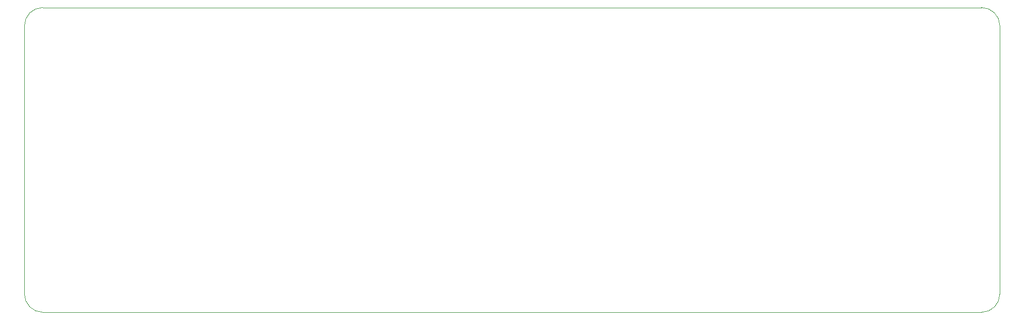
<source format=gbr>
%TF.GenerationSoftware,Altium Limited,Altium Designer,22.4.2 (48)*%
G04 Layer_Color=0*
%FSLAX45Y45*%
%MOMM*%
%TF.SameCoordinates,1579B7B8-C0FA-446B-BA7A-E71437B095E0*%
%TF.FilePolarity,Positive*%
%TF.FileFunction,Profile,NP*%
%TF.Part,Single*%
G01*
G75*
%TA.AperFunction,Profile*%
%ADD168C,0.02540*%
D168*
X1000000Y1300001D02*
G03*
X1299998Y1000000I299996J-5D01*
G01*
X16700000Y1000000D01*
D02*
G03*
X17000000Y1300000I0J299999D01*
G01*
Y5700001D01*
D02*
G03*
X16699998Y6000000I-299991J8D01*
G01*
X1299999Y5999999D01*
D02*
G03*
X1000000Y5699999I-19J-299980D01*
G01*
Y1300001D01*
%TF.MD5,6c1b21f21862f2171cb822451f9c077b*%
M02*

</source>
